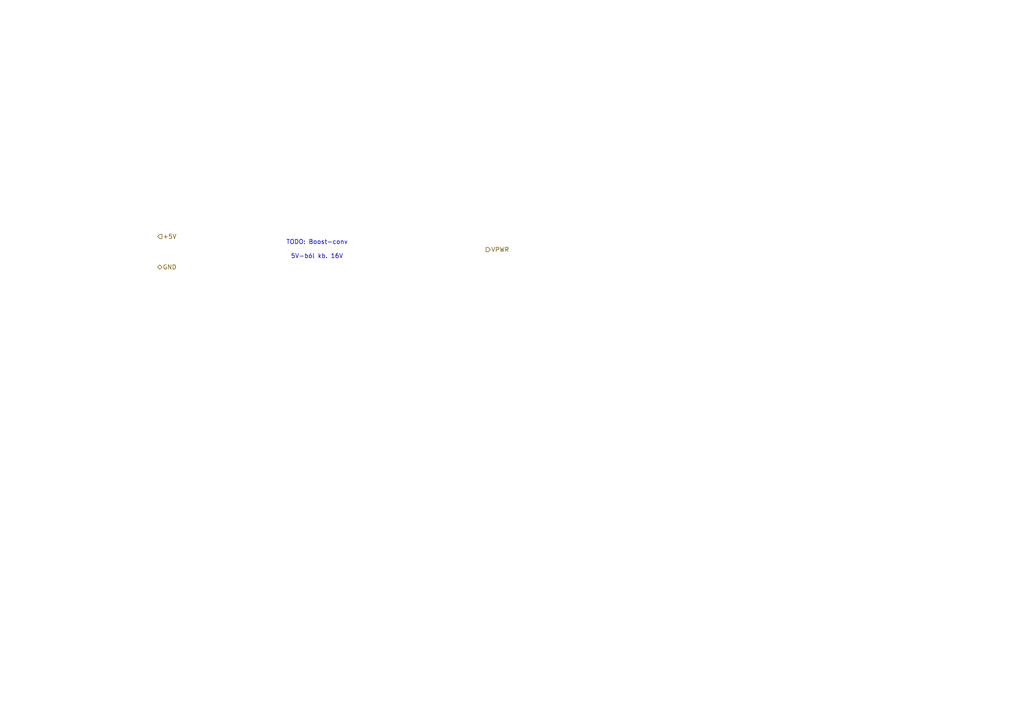
<source format=kicad_sch>
(kicad_sch
	(version 20250114)
	(generator "eeschema")
	(generator_version "9.0")
	(uuid "f7670cfa-9c8c-4aa4-91d3-ead739118674")
	(paper "A4")
	(lib_symbols)
	(text "TODO: Boost-conv\n\n5V-ból kb. 16V"
		(exclude_from_sim no)
		(at 91.948 72.39 0)
		(effects
			(font
				(size 1.27 1.27)
			)
		)
		(uuid "1397b48d-cce6-4ed0-9b10-4d4c1693f327")
	)
	(hierarchical_label "VPWR"
		(shape output)
		(at 140.97 72.39 0)
		(effects
			(font
				(size 1.27 1.27)
			)
			(justify left)
		)
		(uuid "6a9eb885-da51-4ca6-8dea-b67923d20d6b")
	)
	(hierarchical_label "GND"
		(shape bidirectional)
		(at 45.72 77.47 0)
		(effects
			(font
				(size 1.27 1.27)
			)
			(justify left)
		)
		(uuid "7148451e-acd4-4a8a-9890-13a2f258f9e2")
	)
	(hierarchical_label "+5V"
		(shape input)
		(at 45.72 68.58 0)
		(effects
			(font
				(size 1.27 1.27)
			)
			(justify left)
		)
		(uuid "e2dc5f5a-1a83-4c1b-8def-e0bb7129cda1")
	)
)

</source>
